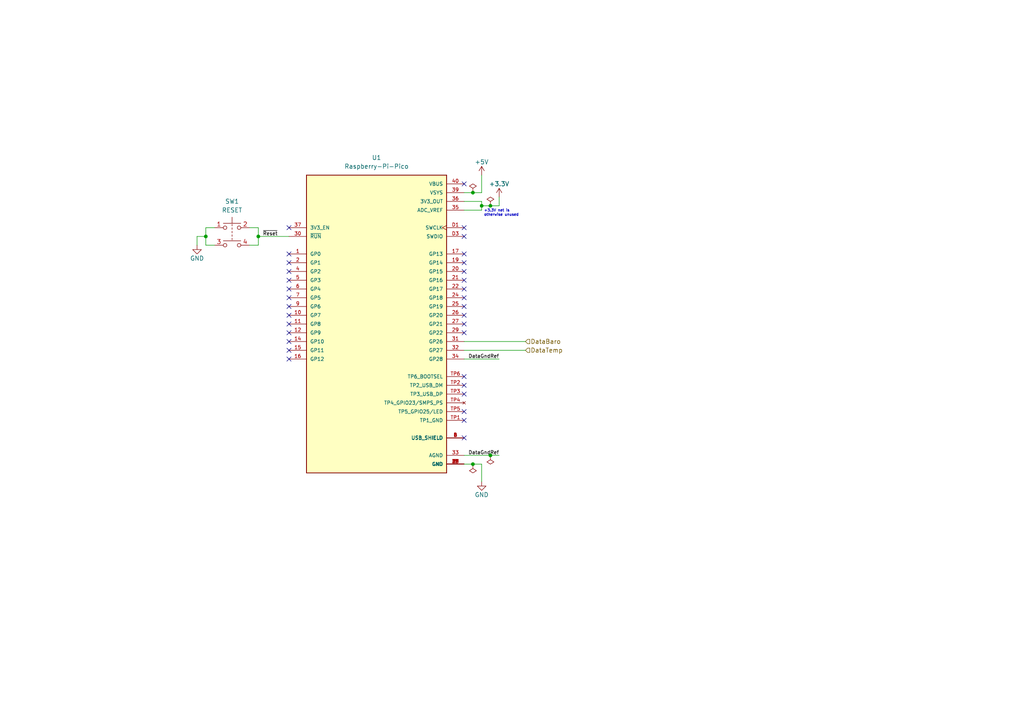
<source format=kicad_sch>
(kicad_sch (version 20230121) (generator eeschema)
  (paper "A4")
  (title_block (title "BELT Microcontroller") (date "2023-12-27") (rev "0.1") (company "Rice Eclipse"))
  (lib_symbols
    (symbol "Raspberry-Pi-Pico:Raspberry-Pi-Pico" (pin_names (offset 1.016))
      (property "Reference" "U" (at -20.32 44.45 0))
      (property "Value" "Raspberry-Pi-Pico" (at -20.32 -44.45 0))
      (symbol "Raspberry-Pi-Pico_0_0"
        (rectangle (start -20.32 -43.18) (end 20.32 43.18) (stroke (width 0.254)) (fill (type background)))
        (pin bidirectional line (at -25.4 20.32 0) (length 5.08) (name "GP0") (number "1"))
        (pin bidirectional line (at -25.4 2.54 0) (length 5.08) (name "GP7") (number "10"))
        (pin bidirectional line (at -25.4 0 0) (length 5.08) (name "GP8") (number "11"))
        (pin bidirectional line (at -25.4 -2.54 0) (length 5.08) (name "GP9") (number "12"))
        (pin power_in line (at 25.4 -40.64 180) (length 5.08) (name "GND") (number "13"))
        (pin bidirectional line (at -25.4 -5.08 0) (length 5.08) (name "GP10") (number "14"))
        (pin bidirectional line (at -25.4 -7.62 0) (length 5.08) (name "GP11") (number "15"))
        (pin bidirectional line (at -25.4 -10.16 0) (length 5.08) (name "GP12") (number "16"))
        (pin bidirectional line (at 25.4 20.32 180) (length 5.08) (name "GP13") (number "17"))
        (pin power_in line (at 25.4 -40.64 180) (length 5.08) (name "GND") (number "18"))
        (pin bidirectional line (at 25.4 17.78 180) (length 5.08) (name "GP14") (number "19"))
        (pin bidirectional line (at -25.4 17.78 0) (length 5.08) (name "GP1") (number "2"))
        (pin bidirectional line (at 25.4 15.24 180) (length 5.08) (name "GP15") (number "20"))
        (pin bidirectional line (at 25.4 12.7 180) (length 5.08) (name "GP16") (number "21"))
        (pin bidirectional line (at 25.4 10.16 180) (length 5.08) (name "GP17") (number "22"))
        (pin power_in line (at 25.4 -40.64 180) (length 5.08) (name "GND") (number "23"))
        (pin bidirectional line (at 25.4 7.62 180) (length 5.08) (name "GP18") (number "24"))
        (pin bidirectional line (at 25.4 5.08 180) (length 5.08) (name "GP19") (number "25"))
        (pin bidirectional line (at 25.4 2.54 180) (length 5.08) (name "GP20") (number "26"))
        (pin bidirectional line (at 25.4 0 180) (length 5.08) (name "GP21") (number "27"))
        (pin power_in line (at 25.4 -40.64 180) (length 5.08) (name "GND") (number "28"))
        (pin bidirectional line (at 25.4 -2.54 180) (length 5.08) (name "GP22") (number "29"))
        (pin power_in line (at 25.4 -40.64 180) (length 5.08) (name "GND") (number "3"))
        (pin input line (at -25.4 25.4 0) (length 5.08) (name "~{RUN}") (number "30"))
        (pin bidirectional line (at 25.4 -5.08 180) (length 5.08) (name "GP26") (number "31"))
        (pin bidirectional line (at 25.4 -7.62 180) (length 5.08) (name "GP27") (number "32"))
        (pin power_in line (at 25.4 -38.1 180) (length 5.08) (name "AGND") (number "33"))
        (pin bidirectional line (at 25.4 -10.16 180) (length 5.08) (name "GP28") (number "34"))
        (pin power_in line (at 25.4 33.02 180) (length 5.08) (name "ADC_VREF") (number "35"))
        (pin power_in line (at 25.4 35.56 180) (length 5.08) (name "3V3_OUT") (number "36"))
        (pin input line (at -25.4 27.94 0) (length 5.08) (name "3V3_EN") (number "37"))
        (pin power_in line (at 25.4 -40.64 180) (length 5.08) (name "GND") (number "38"))
        (pin power_in line (at 25.4 38.1 180) (length 5.08) (name "VSYS") (number "39"))
        (pin bidirectional line (at -25.4 15.24 0) (length 5.08) (name "GP2") (number "4"))
        (pin power_in line (at 25.4 40.64 180) (length 5.08) (name "VBUS") (number "40"))
        (pin bidirectional line (at -25.4 12.7 0) (length 5.08) (name "GP3") (number "5"))
        (pin bidirectional line (at -25.4 10.16 0) (length 5.08) (name "GP4") (number "6"))
        (pin bidirectional line (at -25.4 7.62 0) (length 5.08) (name "GP5") (number "7"))
        (pin power_in line (at 25.4 -40.64 180) (length 5.08) (name "GND") (number "8"))
        (pin bidirectional line (at -25.4 5.08 0) (length 5.08) (name "GP6") (number "9"))
        (pin power_in line (at 25.4 -33.02 180) (length 5.08) (name "USB_SHIELD") (number "A"))
        (pin power_in line (at 25.4 -33.02 180) (length 5.08) (name "USB_SHIELD") (number "B"))
        (pin power_in line (at 25.4 -33.02 180) (length 5.08) (name "USB_SHIELD") (number "C"))
        (pin power_in line (at 25.4 -33.02 180) (length 5.08) (name "USB_SHIELD") (number "D"))
        (pin input clock (at 25.4 27.94 180) (length 5.08) (name "SWCLK") (number "D1"))
        (pin power_in line (at 25.4 -40.64 180) (length 5.08) (name "GND") (number "D2"))
        (pin bidirectional line (at 25.4 25.4 180) (length 5.08) (name "SWDIO") (number "D3"))
        (pin power_in line (at 25.4 -27.94 180) (length 5.08) (name "TP1_GND") (number "TP1"))
        (pin bidirectional line (at 25.4 -17.78 180) (length 5.08) (name "TP2_USB_DM") (number "TP2"))
        (pin bidirectional line (at 25.4 -20.32 180) (length 5.08) (name "TP3_USB_DP") (number "TP3"))
        (pin no_connect line (at 25.4 -22.86 180) (length 5.08) (name "TP4_GPIO23/SMPS_PS") (number "TP4"))
        (pin output line (at 25.4 -25.4 180) (length 5.08) (name "TP5_GPIO25/LED") (number "TP5"))
        (pin input line (at 25.4 -15.24 180) (length 5.08) (name "TP6_BOOTSEL") (number "TP6"))
      )
    )
    (symbol "Switch:SW_Push_Dual" (pin_names (offset 1.016) hide)
      (property "Reference" "SW" (at 1.27 2.54 0))
      (property "Value" "SW_Push_Dual" (at 0 -6.858 0))
      (symbol "SW_Push_Dual_0_1"
        (circle (center -2.032 -5.08) (radius 0.508))
        (circle (center -2.032 0) (radius 0.508))
        (polyline (pts (xy 0 -3.048) (xy 0 -3.556)))
        (polyline (pts (xy 0 -2.032) (xy 0 -2.54)))
        (polyline (pts (xy 0 -1.524) (xy 0 -1.016)))
        (polyline (pts (xy 0 -0.508) (xy 0 0)))
        (polyline (pts (xy 0 0.508) (xy 0 1.016)))
        (polyline (pts (xy 0 1.27) (xy 0 3.048)))
        (polyline (pts (xy 2.54 -3.81) (xy -2.54 -3.81)))
        (polyline (pts (xy 2.54 1.27) (xy -2.54 1.27)))
        (circle (center 2.032 -5.08) (radius 0.508))
        (circle (center 2.032 0) (radius 0.508))
        (pin passive line (at -5.08 0 0) (length 2.54) (name "1") (number "1"))
        (pin passive line (at 5.08 0 180) (length 2.54) (name "2") (number "2"))
        (pin passive line (at -5.08 -5.08 0) (length 2.54) (name "3") (number "3"))
        (pin passive line (at 5.08 -5.08 180) (length 2.54) (name "4") (number "4"))
      )
    )
    (symbol "power:+3.3V" (power) (pin_names (offset 0))
      (property "Value" "+3.3V" (at 0 3.556 0))
      (symbol "+3.3V_0_1"
        (polyline (pts (xy -0.762 1.27) (xy 0 2.54)))
        (polyline (pts (xy 0 0) (xy 0 2.54)))
        (polyline (pts (xy 0 2.54) (xy 0.762 1.27)))
      )
      (symbol "+3.3V_1_1"
        (pin power_in line (at 0 0 90) (length 0) hide (name "+3.3V") (number "1"))
      )
    )
    (symbol "power:+5V" (power) (pin_names (offset 0))
      (property "Value" "+5V" (at 0 3.556 0))
      (symbol "+5V_0_1"
        (polyline (pts (xy -0.762 1.27) (xy 0 2.54)))
        (polyline (pts (xy 0 0) (xy 0 2.54)))
        (polyline (pts (xy 0 2.54) (xy 0.762 1.27)))
      )
      (symbol "+5V_1_1"
        (pin power_in line (at 0 0 90) (length 0) hide (name "+5V") (number "1"))
      )
    )
    (symbol "power:GND" (power) (pin_names (offset 0))
      (property "Value" "GND" (at 0 -3.81 0))
      (symbol "GND_0_1"
        (polyline (pts (xy 0 0) (xy 0 -1.27) (xy 1.27 -1.27) (xy 0 -2.54) (xy -1.27 -1.27) (xy 0 -1.27)))
      )
      (symbol "GND_1_1"
        (pin power_in line (at 0 0 270) (length 0) hide (name "GND") (number "1"))
      )
    )
    (symbol "power:PWR_FLAG" (power) (pin_numbers hide) (pin_names (offset 0) hide)
      (property "Value" "PWR_FLAG" (at 0 3.81 0))
      (symbol "PWR_FLAG_0_0"
        (pin power_out line (at 0 0 90) (length 0) (name "pwr") (number "1"))
      )
      (symbol "PWR_FLAG_0_1"
        (polyline (pts (xy 0 0) (xy 0 1.27) (xy -1.016 1.905) (xy 0 2.54) (xy 1.016 1.905) (xy 0 1.27)))
      )
    )
  )
  (junction (at 137.16 55.88))
  (junction (at 137.16 134.62))
  (junction (at 74.93 68.58))
  (junction (at 59.69 68.58))
  (junction (at 139.7 59.69))
  (junction (at 142.24 132.08))
  (junction (at 142.24 59.69))
  (no_connect (at 134.62 91.44))
  (no_connect (at 134.62 66.04))
  (no_connect (at 134.62 88.9))
  (no_connect (at 134.62 119.38))
  (no_connect (at 83.82 104.14))
  (no_connect (at 83.82 73.66))
  (no_connect (at 134.62 76.2))
  (no_connect (at 134.62 121.92))
  (no_connect (at 134.62 93.98))
  (no_connect (at 134.62 86.36))
  (no_connect (at 134.62 127))
  (no_connect (at 134.62 114.3))
  (no_connect (at 134.62 68.58))
  (no_connect (at 134.62 111.76))
  (no_connect (at 134.62 78.74))
  (no_connect (at 134.62 73.66))
  (no_connect (at 83.82 83.82))
  (no_connect (at 134.62 109.22))
  (no_connect (at 83.82 66.04))
  (no_connect (at 83.82 88.9))
  (no_connect (at 83.82 76.2))
  (no_connect (at 83.82 96.52))
  (no_connect (at 83.82 93.98))
  (no_connect (at 83.82 78.74))
  (no_connect (at 83.82 101.6))
  (no_connect (at 83.82 81.28))
  (no_connect (at 83.82 86.36))
  (no_connect (at 134.62 53.34))
  (no_connect (at 83.82 91.44))
  (no_connect (at 83.82 99.06))
  (no_connect (at 134.62 81.28))
  (no_connect (at 134.62 83.82))
  (no_connect (at 134.62 96.52))
  (wire (pts (xy 59.69 71.12) (xy 62.23 71.12)))
  (wire (pts (xy 134.62 134.62) (xy 137.16 134.62)))
  (wire (pts (xy 74.93 66.04) (xy 74.93 68.58)))
  (wire (pts (xy 134.62 55.88) (xy 137.16 55.88)))
  (wire (pts (xy 139.7 58.42) (xy 139.7 59.69)))
  (wire (pts (xy 59.69 68.58) (xy 57.15 68.58)))
  (wire (pts (xy 72.39 71.12) (xy 74.93 71.12)))
  (wire (pts (xy 134.62 104.14) (xy 144.78 104.14)))
  (wire (pts (xy 59.69 68.58) (xy 59.69 71.12)))
  (wire (pts (xy 139.7 134.62) (xy 139.7 139.7)))
  (wire (pts (xy 139.7 59.69) (xy 142.24 59.69)))
  (wire (pts (xy 134.62 101.6) (xy 152.4 101.6)))
  (wire (pts (xy 59.69 66.04) (xy 59.69 68.58)))
  (wire (pts (xy 134.62 132.08) (xy 142.24 132.08)))
  (wire (pts (xy 139.7 50.8) (xy 139.7 55.88)))
  (wire (pts (xy 137.16 55.88) (xy 139.7 55.88)))
  (wire (pts (xy 139.7 59.69) (xy 139.7 60.96)))
  (wire (pts (xy 74.93 68.58) (xy 74.93 71.12)))
  (wire (pts (xy 144.78 57.15) (xy 144.78 59.69)))
  (wire (pts (xy 57.15 68.58) (xy 57.15 71.12)))
  (wire (pts (xy 74.93 68.58) (xy 83.82 68.58)))
  (wire (pts (xy 142.24 132.08) (xy 144.78 132.08)))
  (wire (pts (xy 142.24 59.69) (xy 144.78 59.69)))
  (wire (pts (xy 137.16 134.62) (xy 139.7 134.62)))
  (wire (pts (xy 72.39 66.04) (xy 74.93 66.04)))
  (wire (pts (xy 134.62 99.06) (xy 152.4 99.06)))
  (wire (pts (xy 62.23 66.04) (xy 59.69 66.04)))
  (wire (pts (xy 134.62 60.96) (xy 139.7 60.96)))
  (wire (pts (xy 134.62 58.42) (xy 139.7 58.42)))
  (text "+3.3V net is \notherwise unused" (at 140.335 62.865 0) (effects (font (size 0.762 0.762)) (justify left bottom)))
  (label "DataGndRef" (at 144.78 104.14 180) (effects (font (size 1.016 1.016))))
  (label "DataGndRef" (at 144.78 132.08 180) (effects (font (size 1.016 1.016))))
  (label "~{Reset}" (at 76.2 68.58 0) (effects (font (size 1.016 1.016))))
  (hierarchical_label "DataTemp" (shape input) (at 152.4 101.6 0))
  (hierarchical_label "DataBaro" (shape input) (at 152.4 99.06 0))
  (symbol (lib_id "power:PWR_FLAG") (at 137.16 134.62 180) (unit 1)
    (property "Reference" "#FLG02" (effects hide))
    (property "Value" "PWR_FLAG" (effects hide))
  )
  (symbol (lib_id "power:GND") (at 139.7 139.7 0) (unit 1)
    (property "Reference" "#PWR03" (effects hide))
    (property "Value" "GND" (at 139.7 143.51 0))
  )
  (symbol (lib_id "power:+3.3V") (at 144.78 57.15 0) (unit 1)
    (property "Reference" "#PWR04" (effects hide))
    (property "Value" "+3.3V" (at 144.78 53.34 0))
  )
  (symbol (lib_id "power:PWR_FLAG") (at 137.16 55.88 0) (unit 1)
    (property "Reference" "#FLG01" (effects hide))
    (property "Value" "PWR_FLAG" (effects hide))
  )
  (symbol (lib_id "power:PWR_FLAG") (at 142.24 132.08 180) (unit 1)
    (property "Reference" "#FLG04" (effects hide))
    (property "Value" "PWR_FLAG" (effects hide))
  )
  (symbol (lib_id "power:+5V") (at 139.7 50.8 0) (unit 1)
    (property "Reference" "#PWR02" (effects hide))
    (property "Value" "+5V" (at 139.7 46.99 0))
  )
  (symbol (lib_id "power:GND") (at 57.15 71.12 0) (unit 1)
    (property "Reference" "#PWR01" (effects hide))
    (property "Value" "GND" (at 57.15 74.93 0))
  )
  (symbol (lib_id "Switch:SW_Push_Dual") (at 67.31 66.04 0) (unit 1)
    (property "Reference" "SW1" (at 67.31 58.42 0))
    (property "Value" "RESET" (at 67.31 60.96 0))
  )
  (symbol (lib_id "Raspberry-Pi-Pico:Raspberry-Pi-Pico") (at 109.22 93.98 0) (unit 1)
    (property "Reference" "U1" (at 109.22 45.72 0))
    (property "Value" "Raspberry-Pi-Pico" (at 109.22 48.26 0))
    (property "Footprint" "BeltFootprints:Raspberry-Pi-Pico" (effects hide))
    (property "Datasheet" "https://datasheets.raspberrypi.com/pico/pico-datasheet.pdf" (effects hide))
    (property "Manufacturer" "Raspberry Pi" (effects hide))
    (property "Part Number" "SC0915" (effects hide))
  )
  (symbol (lib_id "power:PWR_FLAG") (at 142.24 59.69 0) (unit 1)
    (property "Reference" "#FLG03" (effects hide))
    (property "Value" "PWR_FLAG" (effects hide))
  )
)
</source>
